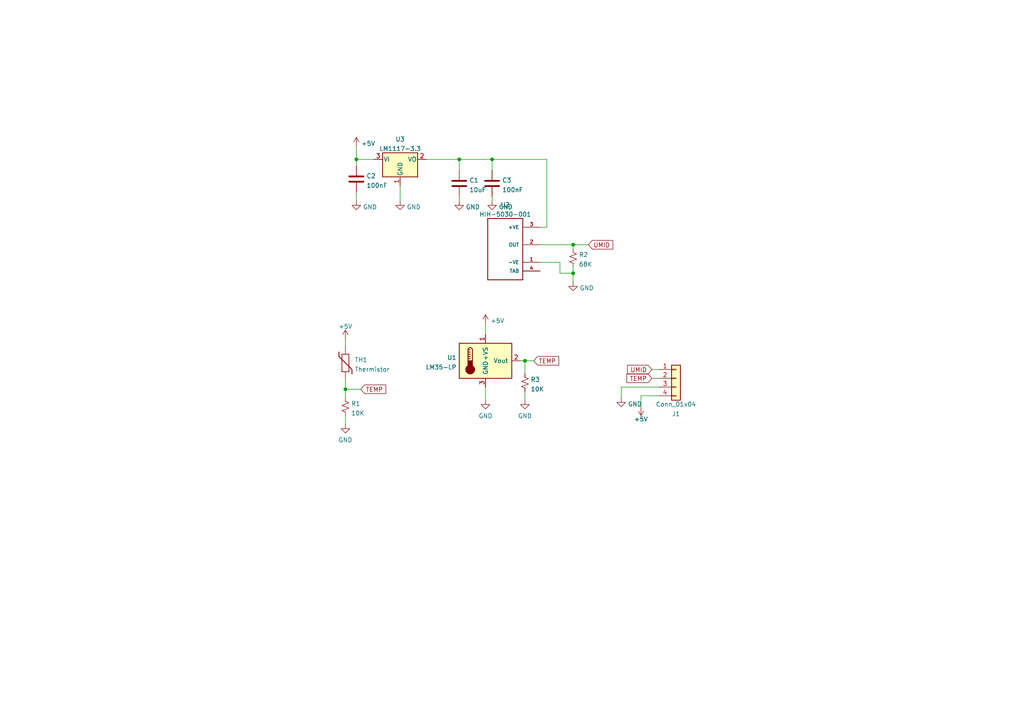
<source format=kicad_sch>
(kicad_sch (version 20211123) (generator eeschema)
  (paper "A4")
  (lib_symbols
    (symbol "Connector_Generic:Conn_01x04" (pin_names (offset 1.016) hide)
      (property "Reference" "J" (at 0 5.08 0))
      (property "Value" "Conn_01x04" (at 0 -7.62 0))
      (symbol "Conn_01x04_1_1"
        (rectangle (start -1.27 -4.953) (end 0 -5.207) (stroke (width 0.1524)))
        (rectangle (start -1.27 -2.413) (end 0 -2.667) (stroke (width 0.1524)))
        (rectangle (start -1.27 0.127) (end 0 -0.127) (stroke (width 0.1524)))
        (rectangle (start -1.27 2.667) (end 0 2.413) (stroke (width 0.1524)))
        (rectangle (start -1.27 3.81) (end 1.27 -6.35) (stroke (width 0.254)) (fill (type background)))
        (pin passive line (at -5.08 2.54 0) (length 3.81) (name "Pin_1") (number "1"))
        (pin passive line (at -5.08 0 0) (length 3.81) (name "Pin_2") (number "2"))
        (pin passive line (at -5.08 -2.54 0) (length 3.81) (name "Pin_3") (number "3"))
        (pin passive line (at -5.08 -5.08 0) (length 3.81) (name "Pin_4") (number "4"))
      )
    )
    (symbol "Device:C" (pin_numbers hide) (pin_names (offset 0.254))
      (property "Reference" "C" (at 0.635 2.54 0))
      (property "Value" "C" (at 0.635 -2.54 0))
      (symbol "C_0_1"
        (polyline (pts (xy -2.032 -0.762) (xy 2.032 -0.762)) (stroke (width 0.508)))
        (polyline (pts (xy -2.032 0.762) (xy 2.032 0.762)) (stroke (width 0.508)))
      )
      (symbol "C_1_1"
        (pin passive line (at 0 3.81 270) (length 2.794) (name "~") (number "1"))
        (pin passive line (at 0 -3.81 90) (length 2.794) (name "~") (number "2"))
      )
    )
    (symbol "Device:R_Small_US" (pin_numbers hide) (pin_names (offset 0.254) hide)
      (property "Reference" "R" (at 0.762 0.508 0))
      (property "Value" "R_Small_US" (at 0.762 -1.016 0))
      (symbol "R_Small_US_1_1"
        (polyline (pts (xy 0 0) (xy 1.016 -0.381) (xy 0 -0.762) (xy -1.016 -1.143) (xy 0 -1.524)))
        (polyline (pts (xy 0 1.524) (xy 1.016 1.143) (xy 0 0.762) (xy -1.016 0.381) (xy 0 0)))
        (pin passive line (at 0 2.54 270) (length 1.016) (name "~") (number "1"))
        (pin passive line (at 0 -2.54 90) (length 1.016) (name "~") (number "2"))
      )
    )
    (symbol "Device:Thermistor" (pin_numbers hide) (pin_names (offset 0))
      (property "Reference" "TH" (at 2.54 1.27 90))
      (property "Value" "Thermistor" (at -2.54 0 90))
      (symbol "Thermistor_0_1"
        (rectangle (start -1.016 2.54) (end 1.016 -2.54) (stroke (width 0.2032)))
        (polyline (pts (xy -1.905 3.175) (xy -1.905 1.905) (xy 1.905 -1.905) (xy 1.905 -3.175) (xy 1.905 -3.175)) (stroke (width 0.254)))
      )
      (symbol "Thermistor_1_1"
        (pin passive line (at 0 5.08 270) (length 2.54) (name "~") (number "1"))
        (pin passive line (at 0 -5.08 90) (length 2.54) (name "~") (number "2"))
      )
    )
    (symbol "HIH-5030-001:HIH-5030-001" (pin_names (offset 1.016))
      (property "Reference" "U" (at -11.4554 10.8204 0))
      (property "Value" "HIH-5030-001" (at -11.4554 -10.8204 0))
      (symbol "HIH-5030-001_0_0"
        (polyline (pts (xy -10.16 -7.62) (xy -10.16 10.16)) (stroke (width 0.254)))
        (polyline (pts (xy -10.16 10.16) (xy 0 10.16)) (stroke (width 0.254)))
        (polyline (pts (xy 0 -7.62) (xy -10.16 -7.62)) (stroke (width 0.254)))
        (polyline (pts (xy 0 10.16) (xy 0 -7.62)) (stroke (width 0.254)))
        (pin power_in line (at 5.08 -2.54 180) (length 5.08) (name "-VE") (number "1"))
        (pin output line (at 5.08 2.54 180) (length 5.08) (name "OUT") (number "2"))
        (pin power_in line (at 5.08 7.62 180) (length 5.08) (name "+VE") (number "3"))
        (pin passive line (at 5.08 -5.08 180) (length 5.08) (name "TAB") (number "4"))
      )
    )
    (symbol "Regulator_Linear:LM1117-3.3" (pin_names (offset 0.254))
      (property "Reference" "U" (at -3.81 3.175 0))
      (property "Value" "LM1117-3.3" (at 0 3.175 0))
      (symbol "LM1117-3.3_0_1"
        (rectangle (start -5.08 -5.08) (end 5.08 1.905) (stroke (width 0.254)) (fill (type background)))
      )
      (symbol "LM1117-3.3_1_1"
        (pin power_in line (at 0 -7.62 90) (length 2.54) (name "GND") (number "1"))
        (pin power_out line (at 7.62 0 180) (length 2.54) (name "VO") (number "2"))
        (pin power_in line (at -7.62 0 0) (length 2.54) (name "VI") (number "3"))
      )
    )
    (symbol "Sensor_Temperature:LM35-LP" (pin_names (offset 1.016))
      (property "Reference" "U" (at -6.35 6.35 0))
      (property "Value" "LM35-LP" (at 1.27 6.35 0))
      (symbol "LM35-LP_0_1"
        (rectangle (start -7.62 5.08) (end 7.62 -5.08) (stroke (width 0.254)) (fill (type background)))
        (circle (center -4.445 -2.54) (radius 1.27) (stroke (width 0.254)) (fill (type outline)))
        (rectangle (start -3.81 -1.905) (end -5.08 0) (stroke (width 0.254)) (fill (type outline)))
        (arc (start -3.81 3.175) (mid -4.445 3.81) (end -5.08 3.175) (stroke (width 0.254)))
        (polyline (pts (xy -5.08 0.635) (xy -4.445 0.635)) (stroke (width 0.254)))
        (polyline (pts (xy -5.08 1.27) (xy -4.445 1.27)) (stroke (width 0.254)))
        (polyline (pts (xy -5.08 1.905) (xy -4.445 1.905)) (stroke (width 0.254)))
        (polyline (pts (xy -5.08 2.54) (xy -4.445 2.54)) (stroke (width 0.254)))
        (polyline (pts (xy -5.08 3.175) (xy -5.08 0)) (stroke (width 0.254)))
        (polyline (pts (xy -5.08 3.175) (xy -4.445 3.175)) (stroke (width 0.254)))
        (polyline (pts (xy -3.81 3.175) (xy -3.81 0)) (stroke (width 0.254)))
      )
      (symbol "LM35-LP_1_1"
        (pin power_in line (at 0 7.62 270) (length 2.54) (name "+VS") (number "1"))
        (pin output line (at 10.16 0 180) (length 2.54) (name "Vout") (number "2"))
        (pin power_in line (at 0 -7.62 90) (length 2.54) (name "GND") (number "3"))
      )
    )
    (symbol "power:+5V" (power) (pin_names (offset 0))
      (property "Value" "+5V" (at 0 3.556 0))
      (symbol "+5V_0_1"
        (polyline (pts (xy -0.762 1.27) (xy 0 2.54)))
        (polyline (pts (xy 0 0) (xy 0 2.54)))
        (polyline (pts (xy 0 2.54) (xy 0.762 1.27)))
      )
      (symbol "+5V_1_1"
        (pin power_in line (at 0 0 90) (length 0) hide (name "+5V") (number "1"))
      )
    )
    (symbol "power:GND" (power) (pin_names (offset 0))
      (property "Value" "GND" (at 0 -3.81 0))
      (symbol "GND_0_1"
        (polyline (pts (xy 0 0) (xy 0 -1.27) (xy 1.27 -1.27) (xy 0 -2.54) (xy -1.27 -1.27) (xy 0 -1.27)))
      )
      (symbol "GND_1_1"
        (pin power_in line (at 0 0 270) (length 0) hide (name "GND") (number "1"))
      )
    )
  )
  (junction (at 142.7275 46.2226))
  (junction (at 152.2525 104.6426))
  (junction (at 103.3575 46.2226))
  (junction (at 166.2225 70.9876))
  (junction (at 166.2225 79.2426))
  (junction (at 100.1825 112.8976))
  (junction (at 133.2025 46.2226))
  (wire (pts (xy 142.7275 46.2226) (xy 133.2025 46.2226)))
  (wire (pts (xy 180.1925 112.2626) (xy 180.1925 115.4376)))
  (wire (pts (xy 152.2525 113.5326) (xy 152.2525 116.0726)))
  (wire (pts (xy 103.3575 46.2226) (xy 103.3575 48.1276)))
  (wire (pts (xy 185.9075 114.8026) (xy 190.9875 114.8026)))
  (wire (pts (xy 166.2225 70.9876) (xy 170.6675 70.9876)))
  (wire (pts (xy 156.6975 76.0676) (xy 162.4125 76.0676)))
  (wire (pts (xy 166.2225 79.2426) (xy 166.2225 81.7826)))
  (wire (pts (xy 152.2525 104.6426) (xy 154.7925 104.6426)))
  (wire (pts (xy 189.0825 109.7226) (xy 190.9875 109.7226)))
  (wire (pts (xy 100.1825 112.8976) (xy 104.6275 112.8976)))
  (wire (pts (xy 133.2025 46.2226) (xy 133.2025 49.3976)))
  (wire (pts (xy 140.8225 93.8476) (xy 140.8225 97.0226)))
  (wire (pts (xy 100.1825 120.5176) (xy 100.1825 123.0576)))
  (wire (pts (xy 158.6025 65.9076) (xy 156.6975 65.9076)))
  (wire (pts (xy 185.9075 117.9776) (xy 185.9075 114.8026)))
  (wire (pts (xy 156.6975 70.9876) (xy 166.2225 70.9876)))
  (wire (pts (xy 100.1825 98.2926) (xy 100.1825 100.1976)))
  (wire (pts (xy 152.2525 104.6426) (xy 152.2525 108.4526)))
  (wire (pts (xy 116.0575 53.8426) (xy 116.0575 58.2876)))
  (wire (pts (xy 162.4125 76.0676) (xy 162.4125 79.2426)))
  (wire (pts (xy 189.0825 107.1826) (xy 190.9875 107.1826)))
  (wire (pts (xy 140.8225 112.2626) (xy 140.8225 116.0726)))
  (wire (pts (xy 103.3575 46.2226) (xy 108.4375 46.2226)))
  (wire (pts (xy 142.7275 46.2226) (xy 158.6025 46.2226)))
  (wire (pts (xy 142.7275 57.0176) (xy 142.7275 58.2876)))
  (wire (pts (xy 103.3575 55.7476) (xy 103.3575 58.2876)))
  (wire (pts (xy 166.2225 79.2426) (xy 166.2225 77.3376)))
  (wire (pts (xy 100.1825 110.3576) (xy 100.1825 112.8976)))
  (wire (pts (xy 166.2225 70.9876) (xy 166.2225 72.2576)))
  (wire (pts (xy 103.3575 42.4126) (xy 103.3575 46.2226)))
  (wire (pts (xy 142.7275 49.3976) (xy 142.7275 46.2226)))
  (wire (pts (xy 133.2025 46.2226) (xy 123.6775 46.2226)))
  (wire (pts (xy 180.1925 112.2626) (xy 190.9875 112.2626)))
  (wire (pts (xy 150.9825 104.6426) (xy 152.2525 104.6426)))
  (wire (pts (xy 162.4125 79.2426) (xy 166.2225 79.2426)))
  (wire (pts (xy 100.1825 112.8976) (xy 100.1825 115.4376)))
  (wire (pts (xy 133.2025 57.0176) (xy 133.2025 58.2876)))
  (wire (pts (xy 158.6025 46.2226) (xy 158.6025 65.9076)))
  (global_label "UMID" (shape input) (at 189.0825 107.1826 180) (property "Intersheet References" "${INTERSHEET_REFS}" (effects hide)))
  (global_label "TEMP" (shape input) (at 104.6275 112.8976 0) (property "Intersheet References" "${INTERSHEET_REFS}" (effects hide)))
  (global_label "TEMP" (shape input) (at 189.0825 109.7226 180) (property "Intersheet References" "${INTERSHEET_REFS}" (effects hide)))
  (global_label "TEMP" (shape input) (at 154.7925 104.6426 0) (property "Intersheet References" "${INTERSHEET_REFS}" (effects hide)))
  (global_label "UMID" (shape input) (at 170.6675 70.9876 0) (property "Intersheet References" "${INTERSHEET_REFS}" (effects hide)))
  (symbol (lib_id "Device:C") (at 133.2025 53.2076 0) (unit 1)
    (property "Reference" "C1" (at 136.1235 52.2991 0) (effects (justify left)))
    (property "Value" "10uF" (at 136.1235 55.0742 0) (effects (justify left)))
    (property "Footprint" "Capacitor_SMD:C_0805_2012Metric" (effects hide))
  )
  (symbol (lib_id "power:+5V") (at 185.9075 117.9776 180) (unit 1)
    (property "Reference" "#PWR0103" (effects hide))
    (property "Value" "+5V" (at 185.9075 121.5821 0))
  )
  (symbol (lib_id "Device:R_Small_US") (at 100.1825 117.9776 0) (unit 1)
    (property "Reference" "R1" (at 101.8335 117.0691 0) (effects (justify left)))
    (property "Value" "10K" (at 101.8335 119.8442 0) (effects (justify left)))
    (property "Footprint" "Resistor_SMD:R_0805_2012Metric" (effects hide))
  )
  (symbol (lib_id "Connector_Generic:Conn_01x04") (at 196.0675 109.7226 0) (unit 1)
    (property "Reference" "J1" (at 196.0675 120.0391 0))
    (property "Value" "Conn_01x04" (at 196.0675 117.264 0))
    (property "Footprint" "Connector_PinSocket_2.54mm:PinSocket_1x04_P2.54mm_Vertical" (effects hide))
  )
  (symbol (lib_id "power:GND") (at 103.3575 58.2876 0) (unit 1)
    (property "Reference" "#PWR0110" (effects hide))
    (property "Value" "GND" (at 105.2625 60.0366 0) (effects (justify left)))
  )
  (symbol (lib_id "HIH-5030-001:HIH-5030-001") (at 151.6175 73.5276 0) (unit 1)
    (property "Reference" "U2" (at 146.5375 59.4011 0))
    (property "Value" "HIH-5030-001" (at 146.5375 62.1762 0))
    (property "Footprint" "Sensor_Humidity:HONEYWELL_HIH-5030-001" (effects hide))
    (property "AVAILABILITY" "Good" (effects hide))
    (property "PRICE" "$6.78 USD" (effects hide))
    (property "MF" "Honeywell" (effects hide))
    (property "MP" "HIH-5030-001" (effects hide))
    (property "PACKAGE" "None" (effects hide))
  )
  (symbol (lib_id "Device:C") (at 142.7275 53.2076 0) (unit 1)
    (property "Reference" "C3" (at 145.6485 52.2991 0) (effects (justify left)))
    (property "Value" "100nF" (at 145.6485 55.0742 0) (effects (justify left)))
    (property "Footprint" "Capacitor_SMD:C_0805_2012Metric" (effects hide))
  )
  (symbol (lib_id "Regulator_Linear:LM1117-3.3") (at 116.0575 46.2226 0) (unit 1)
    (property "Reference" "U3" (at 116.0575 40.3511 0))
    (property "Value" "LM1117-3.3" (at 116.0575 43.1262 0))
    (property "Footprint" "Package_TO_SOT_SMD:SOT-223-3_TabPin2" (effects hide))
    (property "Datasheet" "http://www.ti.com/lit/ds/symlink/lm1117.pdf" (effects hide))
  )
  (symbol (lib_id "power:GND") (at 152.2525 116.0726 0) (unit 1)
    (property "Reference" "#PWR0113" (effects hide))
    (property "Value" "GND" (at 152.2525 120.6351 0))
  )
  (symbol (lib_id "Device:C") (at 103.3575 51.9376 0) (unit 1)
    (property "Reference" "C2" (at 106.2785 51.0291 0) (effects (justify left)))
    (property "Value" "100nF" (at 106.2785 53.8042 0) (effects (justify left)))
    (property "Footprint" "Capacitor_SMD:C_0805_2012Metric" (effects hide))
  )
  (symbol (lib_id "Sensor_Temperature:LM35-LP") (at 140.8225 104.6426 0) (unit 1)
    (property "Reference" "U1" (at 132.4405 103.7341 0) (effects (justify right)))
    (property "Value" "LM35-LP" (at 132.4405 106.5092 0) (effects (justify right)))
    (property "Footprint" "Package_TO_SOT_THT:TO-92_Horizontal2" (effects hide))
    (property "Datasheet" "http://www.ti.com/lit/ds/symlink/lm35.pdf" (effects hide))
  )
  (symbol (lib_id "power:GND") (at 142.7275 58.2876 0) (unit 1)
    (property "Reference" "#PWR0112" (effects hide))
    (property "Value" "GND" (at 144.6325 60.0366 0) (effects (justify left)))
  )
  (symbol (lib_id "power:GND") (at 116.0575 58.2876 0) (unit 1)
    (property "Reference" "#PWR0109" (effects hide))
    (property "Value" "GND" (at 117.9625 60.0366 0) (effects (justify left)))
  )
  (symbol (lib_id "power:GND") (at 166.2225 81.7826 0) (unit 1)
    (property "Reference" "#PWR0107" (effects hide))
    (property "Value" "GND" (at 168.1275 83.5316 0) (effects (justify left)))
  )
  (symbol (lib_id "power:+5V") (at 103.3575 42.4126 0) (unit 1)
    (property "Reference" "#PWR0111" (effects hide))
    (property "Value" "+5V" (at 104.7545 41.6216 0) (effects (justify left)))
  )
  (symbol (lib_id "power:GND") (at 180.1925 115.4376 0) (unit 1)
    (property "Reference" "#PWR0104" (effects hide))
    (property "Value" "GND" (at 182.0975 117.1866 0) (effects (justify left)))
  )
  (symbol (lib_id "power:GND") (at 140.8225 116.0726 0) (unit 1)
    (property "Reference" "#PWR0106" (effects hide))
    (property "Value" "GND" (at 140.8225 120.6351 0))
  )
  (symbol (lib_id "power:GND") (at 133.2025 58.2876 0) (unit 1)
    (property "Reference" "#PWR0108" (effects hide))
    (property "Value" "GND" (at 135.1075 60.0366 0) (effects (justify left)))
  )
  (symbol (lib_id "Device:R_Small_US") (at 166.2225 74.7976 0) (unit 1)
    (property "Reference" "R2" (at 167.8735 73.8891 0) (effects (justify left)))
    (property "Value" "68K" (at 167.8735 76.6642 0) (effects (justify left)))
    (property "Footprint" "Resistor_SMD:R_0805_2012Metric" (effects hide))
  )
  (symbol (lib_id "power:+5V") (at 100.1825 98.2926 0) (unit 1)
    (property "Reference" "#PWR0102" (effects hide))
    (property "Value" "+5V" (at 100.1825 94.6881 0))
  )
  (symbol (lib_id "power:GND") (at 100.1825 123.0576 0) (unit 1)
    (property "Reference" "#PWR0101" (effects hide))
    (property "Value" "GND" (at 100.1825 127.6201 0))
  )
  (symbol (lib_id "Device:Thermistor") (at 100.1825 105.2776 0) (unit 1)
    (property "Reference" "TH1" (at 102.8495 104.3691 0) (effects (justify left)))
    (property "Value" "Thermistor" (at 102.8495 107.1442 0) (effects (justify left)))
    (property "Footprint" "Resistor_THT:R_Axial_DIN0204_L3.6mm_D1.6mm_P5.08mm_Horizontal" (effects hide))
  )
  (symbol (lib_id "Device:R_Small_US") (at 152.2525 110.9926 0) (unit 1)
    (property "Reference" "R3" (at 153.9035 110.0841 0) (effects (justify left)))
    (property "Value" "10K" (at 153.9035 112.8592 0) (effects (justify left)))
    (property "Footprint" "Resistor_SMD:R_0805_2012Metric" (effects hide))
  )
  (symbol (lib_id "power:+5V") (at 140.8225 93.8476 0) (unit 1)
    (property "Reference" "#PWR0105" (effects hide))
    (property "Value" "+5V" (at 142.2195 93.0566 0) (effects (justify left)))
  )
)
</source>
